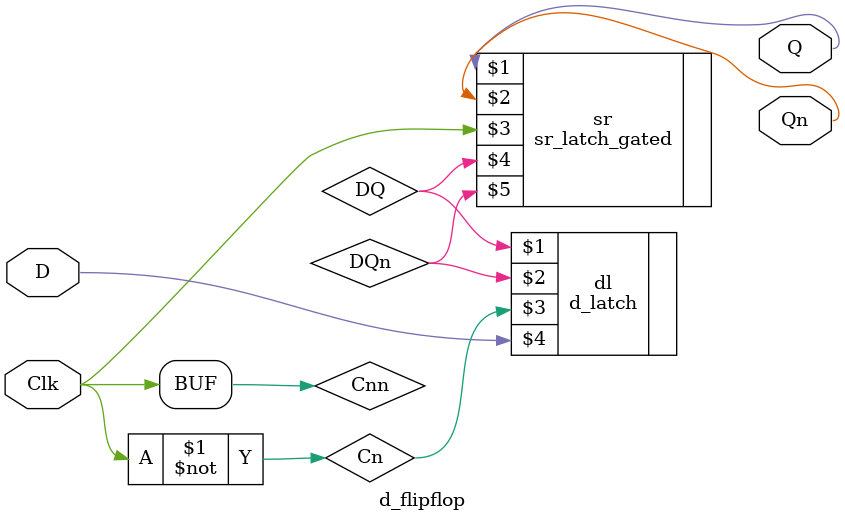
<source format=v>
module d_flipflop(Q, Qn, D, Clk);
   output Q;
   output Qn;
   input  Clk;
   input  D;

   wire   Cn;   // Control input to the D latch.
   wire   Cnn;  // Control input to the SR latch.
   wire   DQ;   // Output from the D latch, input to the gated SR latch.
   wire   DQn;  // Output from the D latch, input to the gated SR latch.
   
   not(Cn, Clk);
   not(Cnn, Cn);   
   d_latch dl(DQ, DQn, Cn, D);
   sr_latch_gated sr(Q, Qn, Cnn, DQ, DQn);   
endmodule // d_flipflop
</source>
